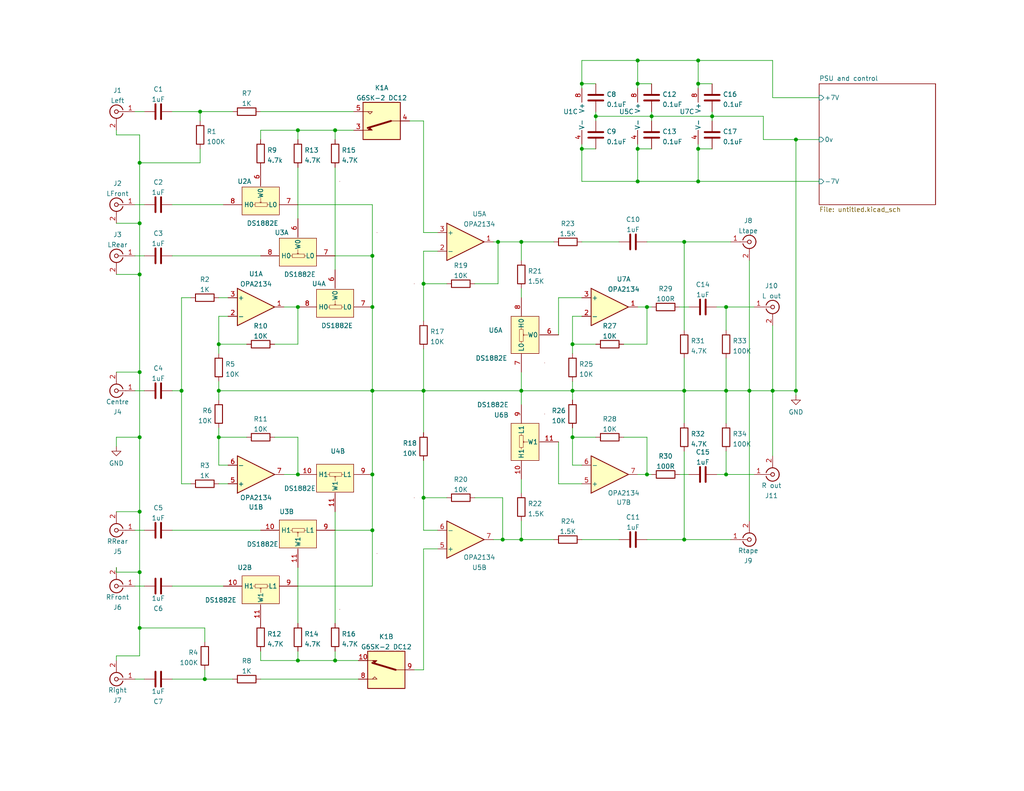
<source format=kicad_sch>
(kicad_sch (version 20211123) (generator eeschema)
  (paper "USLetter")
  (title_block (title "Quadro 52 pre-amp"))
  (lib_symbols
    (symbol "Amplifier_Operational:OPA2134" (pin_names (offset 0.127))
      (property "Reference" "U" (at 0 5.08 0))
      (property "Value" "OPA2134" (at 0 -5.08 0))
      (symbol "OPA2134_1_1"
        (polyline (pts (xy -5.08 5.08) (xy 5.08 0) (xy -5.08 -5.08) (xy -5.08 5.08)) (stroke (width 0.254)) (fill (type background)))
        (pin output line (at 7.62 0 180) (length 2.54) (name "~") (number "1"))
        (pin input line (at -7.62 -2.54 0) (length 2.54) (name "-") (number "2"))
        (pin input line (at -7.62 2.54 0) (length 2.54) (name "+") (number "3"))
      )
      (symbol "OPA2134_2_1"
        (polyline (pts (xy -5.08 5.08) (xy 5.08 0) (xy -5.08 -5.08) (xy -5.08 5.08)) (stroke (width 0.254)) (fill (type background)))
        (pin input line (at -7.62 2.54 0) (length 2.54) (name "+") (number "5"))
        (pin input line (at -7.62 -2.54 0) (length 2.54) (name "-") (number "6"))
        (pin output line (at 7.62 0 180) (length 2.54) (name "~") (number "7"))
      )
      (symbol "OPA2134_3_1"
        (pin power_in line (at -2.54 -7.62 90) (length 3.81) (name "V-") (number "4"))
        (pin power_in line (at -2.54 7.62 270) (length 3.81) (name "V+") (number "8"))
      )
    )
    (symbol "Device:C" (pin_numbers hide) (pin_names (offset 0.254))
      (property "Reference" "C" (at 0.635 2.54 0))
      (property "Value" "C" (at 0.635 -2.54 0))
      (symbol "C_0_1"
        (polyline (pts (xy -2.032 -0.762) (xy 2.032 -0.762)) (stroke (width 0.508)))
        (polyline (pts (xy -2.032 0.762) (xy 2.032 0.762)) (stroke (width 0.508)))
      )
      (symbol "C_1_1"
        (pin passive line (at 0 3.81 270) (length 2.794) (name "~") (number "1"))
        (pin passive line (at 0 -3.81 90) (length 2.794) (name "~") (number "2"))
      )
    )
    (symbol "Device:R" (pin_numbers hide) (pin_names (offset 0))
      (property "Reference" "R" (at 2.032 0 90))
      (property "Value" "R" (at 0 0 90))
      (symbol "R_0_1"
        (rectangle (start -1.016 -2.54) (end 1.016 2.54) (stroke (width 0.254)))
      )
      (symbol "R_1_1"
        (pin passive line (at 0 3.81 270) (length 1.27) (name "~") (number "1"))
        (pin passive line (at 0 -3.81 90) (length 1.27) (name "~") (number "2"))
      )
    )
    (symbol "My_Extras:Conn_Phono" (pin_names (offset 1.016) hide)
      (property "Reference" "J" (at 0.254 3.048 0))
      (property "Value" "Conn_Phono" (at 2.921 0 90))
      (symbol "Conn_Phono_0_1"
        (arc (start -1.778 -0.508) (mid 0.222 -1.808) (end 1.778 0) (stroke (width 0.254)))
        (polyline (pts (xy -2.54 0) (xy -0.508 0)))
        (polyline (pts (xy 0 -2.54) (xy 0 -1.778)))
        (circle (center 0 0) (radius 0.508) (stroke (width 0.2032)))
        (arc (start 1.778 0) (mid 0.222 1.8083) (end -1.778 0.508) (stroke (width 0.254)))
      )
      (symbol "Conn_Phono_1_1"
        (pin passive line (at -5.08 0 0) (length 2.54) (name "In") (number "1"))
        (pin passive line (at 0 -5.08 90) (length 2.54) (name "Ext") (number "2"))
      )
    )
    (symbol "My_Extras:DS1882E"
      (property "Reference" "U" (at 2.54 17.78 0))
      (property "Value" "DS1882E" (at 7.62 -17.78 0))
      (symbol "DS1882E_0_1"
        (rectangle (start 3.81 -21.59) (end 3.81 -21.59))
      )
      (symbol "DS1882E_1_1"
        (rectangle (start -5.334 5.08) (end 2.286 -5.08) (fill (type background)))
        (rectangle (start -3.048 1.524) (end -2.032 -1.778) (stroke (width 0.1)))
        (polyline (pts (xy -2.54 -1.778) (xy -2.54 -2.286)) (stroke (width 0.1)))
        (polyline (pts (xy -2.54 1.524) (xy -2.54 2.032)) (stroke (width 0.1)))
        (polyline (pts (xy -2.032 0) (xy -1.778 -0.254)) (stroke (width 0.1)))
        (polyline (pts (xy -2.032 0) (xy -1.778 0.254)) (stroke (width 0.1)))
        (polyline (pts (xy -0.762 0) (xy -2.032 0)) (stroke (width 0.1)))
        (pin passive line (at 7.62 0 180) (length 5.08) (name "W0") (number "6"))
        (pin passive line (at -2.54 -10.16 90) (length 5.08) (name "L0") (number "7"))
        (pin passive line (at -2.54 10.16 270) (length 5.08) (name "H0") (number "8"))
      )
      (symbol "DS1882E_2_1"
        (rectangle (start -5.334 5.08) (end 2.286 -5.08) (fill (type background)))
        (rectangle (start -3.048 1.524) (end -2.032 -1.778) (stroke (width 0.1)))
        (polyline (pts (xy -2.54 -1.778) (xy -2.54 -2.286)) (stroke (width 0.1)))
        (polyline (pts (xy -2.54 1.524) (xy -2.54 2.032)) (stroke (width 0.1)))
        (polyline (pts (xy -2.032 0) (xy -1.778 -0.254)) (stroke (width 0.1)))
        (polyline (pts (xy -2.032 0) (xy -1.778 0.254)) (stroke (width 0.1)))
        (polyline (pts (xy -0.762 0) (xy -2.032 0)) (stroke (width 0.1)))
        (pin passive line (at -2.54 10.16 270) (length 5.08) (name "H1") (number "10"))
        (pin passive line (at 7.62 0 180) (length 5.08) (name "W1") (number "11"))
        (pin passive line (at -2.54 -10.16 90) (length 5.08) (name "L1") (number "9"))
      )
      (symbol "DS1882E_3_1"
        (rectangle (start -7.62 15.24) (end 5.08 -15.24) (fill (type background)))
        (pin power_in line (at 0 -20.32 90) (length 5.08) (name "GND") (number "1"))
        (pin input line (at -12.7 2.54 0) (length 5.08) (name "~{CE}") (number "12"))
        (pin input line (at -12.7 7.62 0) (length 5.08) (name "SDA") (number "13"))
        (pin input line (at -12.7 10.16 0) (length 5.08) (name "SCL") (number "14"))
        (pin power_in line (at -2.54 20.32 270) (length 5.08) (name "VCC") (number "15"))
        (pin power_in line (at 0 20.32 270) (length 5.08) (name "VDD") (number "16"))
        (pin input line (at -12.7 -7.62 0) (length 5.08) (name "A2") (number "2"))
        (pin input line (at -12.7 -5.08 0) (length 5.08) (name "A1") (number "3"))
        (pin power_in line (at -2.54 -20.32 90) (length 5.08) (name "V-") (number "4"))
        (pin input line (at -12.7 -2.54 0) (length 5.08) (name "A0") (number "5"))
      )
    )
    (symbol "My_Extras:G6SK-2"
      (property "Reference" "K" (at 2.54 10.16 0))
      (property "Value" "G6SK-2" (at 2.54 -12.7 0))
      (symbol "G6SK-2_1_1"
        (rectangle (start -5.08 5.08) (end 5.08 -5.08) (stroke (width 0.254)) (fill (type background)))
        (polyline (pts (xy 2.54 0) (xy -3.81 1.905)) (stroke (width 0.508)))
        (polyline (pts (xy 2.54 0) (xy 5.08 0)))
        (polyline (pts (xy -5.08 -2.54) (xy -2.54 -2.54) (xy -3.175 -1.905) (xy -3.81 -2.54)))
        (polyline (pts (xy -5.08 2.54) (xy -2.54 2.54) (xy -3.175 1.905) (xy -3.81 2.54)) (fill (type outline)))
        (pin passive line (at -7.62 2.54 0) (length 2.54) (name "~") (number "3"))
        (pin passive line (at 7.62 0 180) (length 2.54) (name "~") (number "4"))
        (pin passive line (at -7.62 -2.54 0) (length 2.54) (name "~") (number "5"))
      )
      (symbol "G6SK-2_2_1"
        (rectangle (start -5.08 5.08) (end 5.08 -5.08) (stroke (width 0.254)) (fill (type background)))
        (polyline (pts (xy 2.54 0) (xy -3.81 1.905)) (stroke (width 0.508)))
        (polyline (pts (xy 2.54 0) (xy 5.08 0)))
        (polyline (pts (xy -5.08 -2.54) (xy -2.54 -2.54) (xy -3.175 -1.905) (xy -3.81 -2.54)))
        (polyline (pts (xy -5.08 2.54) (xy -2.54 2.54) (xy -3.175 1.905) (xy -3.81 2.54)) (fill (type outline)))
        (pin passive line (at -7.62 2.54 0) (length 2.54) (name "~") (number "10"))
        (pin passive line (at -7.62 -2.54 0) (length 2.54) (name "~") (number "8"))
        (pin passive line (at 7.62 0 180) (length 2.54) (name "~") (number "9"))
      )
      (symbol "G6SK-2_3_0"
        (text "R:+" (at -2.921 -3.683 900) (effects (font (size 0.762 0.762))))
        (text "R:-" (at 2.921 -3.683 900) (effects (font (size 0.762 0.762))))
        (text "S:+" (at -2.921 1.143 900) (effects (font (size 0.762 0.762))))
        (text "S:-" (at 2.921 1.143 900) (effects (font (size 0.762 0.762))))
      )
      (symbol "G6SK-2_3_1"
        (rectangle (start -5.08 7.62) (end 5.08 -10.16) (fill (type background)))
        (polyline (pts (xy -5.08 -5.08) (xy -1.905 -5.08)))
        (polyline (pts (xy -5.08 2.54) (xy -1.905 2.54)))
        (polyline (pts (xy 1.905 -2.54) (xy -1.905 -7.62)) (stroke (width 0.254)))
        (polyline (pts (xy 1.905 5.08) (xy -1.905 0)) (stroke (width 0.254)))
        (polyline (pts (xy 5.08 -5.08) (xy 1.905 -5.08)))
        (polyline (pts (xy 5.08 2.54) (xy 1.905 2.54)))
        (rectangle (start 1.905 -8.255) (end -1.905 -1.905) (stroke (width 0.254)))
        (rectangle (start 1.905 -0.635) (end -1.905 5.715) (stroke (width 0.254)))
        (pin passive line (at -7.62 2.54 0) (length 2.54) (name "~") (number "1"))
        (pin passive line (at 7.62 2.54 180) (length 2.54) (name "~") (number "12"))
        (pin passive line (at -7.62 -5.08 0) (length 2.54) (name "~") (number "6"))
        (pin passive line (at 7.62 -5.08 180) (length 2.54) (name "~") (number "7"))
      )
    )
    (symbol "power:GND" (power) (pin_names (offset 0))
      (property "Value" "GND" (at 0 -3.81 0))
      (symbol "GND_0_1"
        (polyline (pts (xy 0 0) (xy 0 -1.27) (xy 1.27 -1.27) (xy 0 -2.54) (xy -1.27 -1.27) (xy 0 -1.27)))
      )
      (symbol "GND_1_1"
        (pin power_in line (at 0 0 270) (length 0) hide (name "GND") (number "1"))
      )
    )
  )
  (junction (at 173.99 49.53))
  (junction (at 194.31 31.75))
  (junction (at 198.12 83.82))
  (junction (at 156.21 93.98))
  (junction (at 101.6 129.54))
  (junction (at 101.6 69.85))
  (junction (at 142.24 106.68))
  (junction (at 158.75 40.64))
  (junction (at 217.17 106.68))
  (junction (at 173.99 22.86))
  (junction (at 142.24 66.04))
  (junction (at 210.82 106.68))
  (junction (at 204.47 106.68))
  (junction (at 190.5 16.51))
  (junction (at 59.69 93.98))
  (junction (at 38.1 74.93))
  (junction (at 101.6 83.82))
  (junction (at 38.1 171.45))
  (junction (at 115.57 135.89))
  (junction (at 38.1 44.45))
  (junction (at 176.53 129.54))
  (junction (at 55.88 185.42))
  (junction (at 186.69 66.04))
  (junction (at 158.75 22.86))
  (junction (at 173.99 40.64))
  (junction (at 81.28 83.82))
  (junction (at 190.5 40.64))
  (junction (at 38.1 139.7))
  (junction (at 186.69 106.68))
  (junction (at 91.44 35.56))
  (junction (at 101.6 144.78))
  (junction (at 173.99 16.51))
  (junction (at 190.5 22.86))
  (junction (at 198.12 106.68))
  (junction (at 190.5 49.53))
  (junction (at 162.56 31.75))
  (junction (at 59.69 106.68))
  (junction (at 101.6 106.68))
  (junction (at 177.8 31.75))
  (junction (at 38.1 156.21))
  (junction (at 38.1 60.96))
  (junction (at 81.28 180.34))
  (junction (at 137.16 147.32))
  (junction (at 81.28 129.54))
  (junction (at 81.28 35.56))
  (junction (at 156.21 119.38))
  (junction (at 38.1 101.6))
  (junction (at 135.89 66.04))
  (junction (at 91.44 180.34))
  (junction (at 142.24 147.32))
  (junction (at 38.1 119.38))
  (junction (at 186.69 147.32))
  (junction (at 176.53 83.82))
  (junction (at 49.53 106.68))
  (junction (at 156.21 106.68))
  (junction (at 217.17 38.1))
  (junction (at 115.57 106.68))
  (junction (at 59.69 119.38))
  (junction (at 198.12 129.54))
  (junction (at 115.57 77.47))
  (junction (at 54.61 30.48))
  (wire (pts (xy 74.93 93.98) (xy 81.28 93.98)))
  (wire (pts (xy 38.1 156.21) (xy 38.1 171.45)))
  (wire (pts (xy 142.24 142.24) (xy 142.24 147.32)))
  (wire (pts (xy 38.1 101.6) (xy 38.1 119.38)))
  (wire (pts (xy 81.28 35.56) (xy 71.12 35.56)))
  (wire (pts (xy 101.6 83.82) (xy 101.6 106.68)))
  (wire (pts (xy 59.69 106.68) (xy 101.6 106.68)))
  (wire (pts (xy 31.75 74.93) (xy 38.1 74.93)))
  (wire (pts (xy 91.44 69.85) (xy 101.6 69.85)))
  (wire (pts (xy 185.42 83.82) (xy 187.96 83.82)))
  (wire (pts (xy 217.17 38.1) (xy 223.52 38.1)))
  (wire (pts (xy 101.6 106.68) (xy 101.6 129.54)))
  (wire (pts (xy 46.99 55.88) (xy 60.96 55.88)))
  (wire (pts (xy 152.4 81.28) (xy 158.75 81.28)))
  (wire (pts (xy 176.53 93.98) (xy 176.53 83.82)))
  (wire (pts (xy 115.57 135.89) (xy 121.92 135.89)))
  (wire (pts (xy 177.8 22.86) (xy 173.99 22.86)))
  (wire (pts (xy 198.12 83.82) (xy 205.74 83.82)))
  (wire (pts (xy 81.28 180.34) (xy 81.28 177.8)))
  (wire (pts (xy 190.5 24.13) (xy 190.5 22.86)))
  (wire (pts (xy 173.99 49.53) (xy 158.75 49.53)))
  (wire (pts (xy 81.28 119.38) (xy 81.28 129.54)))
  (wire (pts (xy 59.69 119.38) (xy 59.69 116.84)))
  (wire (pts (xy 204.47 71.12) (xy 204.47 106.68)))
  (wire (pts (xy 97.79 180.34) (xy 91.44 180.34)))
  (wire (pts (xy 38.1 171.45) (xy 55.88 171.45)))
  (wire (pts (xy 81.28 93.98) (xy 81.28 83.82)))
  (wire (pts (xy 162.56 30.48) (xy 162.56 31.75)))
  (wire (pts (xy 46.99 69.85) (xy 71.12 69.85)))
  (wire (pts (xy 31.75 156.21) (xy 38.1 156.21)))
  (wire (pts (xy 210.82 106.68) (xy 217.17 106.68)))
  (wire (pts (xy 190.5 49.53) (xy 173.99 49.53)))
  (wire (pts (xy 173.99 40.64) (xy 173.99 49.53)))
  (wire (pts (xy 36.83 106.68) (xy 39.37 106.68)))
  (wire (pts (xy 210.82 26.67) (xy 223.52 26.67)))
  (wire (pts (xy 115.57 106.68) (xy 142.24 106.68)))
  (wire (pts (xy 71.12 180.34) (xy 71.12 177.8)))
  (wire (pts (xy 186.69 66.04) (xy 176.53 66.04)))
  (wire (pts (xy 55.88 185.42) (xy 63.5 185.42)))
  (wire (pts (xy 71.12 30.48) (xy 96.52 30.48)))
  (wire (pts (xy 91.44 35.56) (xy 91.44 38.1)))
  (wire (pts (xy 186.69 147.32) (xy 176.53 147.32)))
  (wire (pts (xy 115.57 106.68) (xy 115.57 118.11)))
  (wire (pts (xy 119.38 144.78) (xy 115.57 144.78)))
  (wire (pts (xy 156.21 109.22) (xy 156.21 106.68)))
  (wire (pts (xy 54.61 33.02) (xy 54.61 30.48)))
  (wire (pts (xy 59.69 86.36) (xy 59.69 93.98)))
  (wire (pts (xy 217.17 107.95) (xy 217.17 106.68)))
  (wire (pts (xy 38.1 44.45) (xy 54.61 44.45)))
  (wire (pts (xy 134.62 147.32) (xy 137.16 147.32)))
  (wire (pts (xy 156.21 93.98) (xy 156.21 96.52)))
  (wire (pts (xy 162.56 33.02) (xy 162.56 31.75)))
  (wire (pts (xy 81.28 35.56) (xy 81.28 38.1)))
  (wire (pts (xy 77.47 83.82) (xy 81.28 83.82)))
  (wire (pts (xy 198.12 97.79) (xy 198.12 106.68)))
  (wire (pts (xy 173.99 22.86) (xy 173.99 24.13)))
  (wire (pts (xy 210.82 88.9) (xy 210.82 106.68)))
  (wire (pts (xy 91.44 139.7) (xy 91.44 170.18)))
  (wire (pts (xy 195.58 83.82) (xy 198.12 83.82)))
  (wire (pts (xy 162.56 93.98) (xy 156.21 93.98)))
  (wire (pts (xy 31.75 36.83) (xy 38.1 36.83)))
  (wire (pts (xy 142.24 78.74) (xy 142.24 81.28)))
  (wire (pts (xy 158.75 49.53) (xy 158.75 40.64)))
  (wire (pts (xy 158.75 22.86) (xy 158.75 16.51)))
  (wire (pts (xy 62.23 127) (xy 59.69 127)))
  (wire (pts (xy 177.8 83.82) (xy 176.53 83.82)))
  (wire (pts (xy 31.75 36.83) (xy 31.75 35.56)))
  (wire (pts (xy 67.31 119.38) (xy 59.69 119.38)))
  (wire (pts (xy 101.6 55.88) (xy 101.6 69.85)))
  (wire (pts (xy 194.31 33.02) (xy 194.31 31.75)))
  (wire (pts (xy 115.57 95.25) (xy 115.57 106.68)))
  (wire (pts (xy 36.83 69.85) (xy 39.37 69.85)))
  (wire (pts (xy 198.12 129.54) (xy 198.12 123.19)))
  (wire (pts (xy 176.53 119.38) (xy 176.53 129.54)))
  (wire (pts (xy 190.5 16.51) (xy 210.82 16.51)))
  (wire (pts (xy 158.75 66.04) (xy 168.91 66.04)))
  (wire (pts (xy 81.28 180.34) (xy 71.12 180.34)))
  (wire (pts (xy 54.61 30.48) (xy 63.5 30.48)))
  (wire (pts (xy 190.5 22.86) (xy 190.5 16.51)))
  (wire (pts (xy 152.4 120.65) (xy 152.4 132.08)))
  (wire (pts (xy 186.69 97.79) (xy 186.69 106.68)))
  (wire (pts (xy 142.24 110.49) (xy 142.24 106.68)))
  (wire (pts (xy 39.37 30.48) (xy 36.83 30.48)))
  (wire (pts (xy 142.24 130.81) (xy 142.24 134.62)))
  (wire (pts (xy 173.99 40.64) (xy 177.8 40.64)))
  (wire (pts (xy 115.57 77.47) (xy 115.57 87.63)))
  (wire (pts (xy 46.99 160.02) (xy 60.96 160.02)))
  (wire (pts (xy 59.69 106.68) (xy 59.69 109.22)))
  (wire (pts (xy 173.99 39.37) (xy 173.99 40.64)))
  (wire (pts (xy 173.99 129.54) (xy 176.53 129.54)))
  (wire (pts (xy 46.99 106.68) (xy 49.53 106.68)))
  (wire (pts (xy 177.8 129.54) (xy 176.53 129.54)))
  (wire (pts (xy 137.16 147.32) (xy 137.16 135.89)))
  (wire (pts (xy 156.21 86.36) (xy 158.75 86.36)))
  (wire (pts (xy 91.44 180.34) (xy 91.44 177.8)))
  (wire (pts (xy 46.99 185.42) (xy 55.88 185.42)))
  (wire (pts (xy 194.31 22.86) (xy 190.5 22.86)))
  (wire (pts (xy 91.44 180.34) (xy 81.28 180.34)))
  (wire (pts (xy 204.47 106.68) (xy 210.82 106.68)))
  (wire (pts (xy 36.83 144.78) (xy 39.37 144.78)))
  (wire (pts (xy 142.24 66.04) (xy 151.13 66.04)))
  (wire (pts (xy 156.21 93.98) (xy 156.21 86.36)))
  (wire (pts (xy 204.47 142.24) (xy 204.47 106.68)))
  (wire (pts (xy 190.5 40.64) (xy 190.5 39.37)))
  (wire (pts (xy 158.75 24.13) (xy 158.75 22.86)))
  (wire (pts (xy 38.1 60.96) (xy 38.1 74.93)))
  (wire (pts (xy 46.99 30.48) (xy 54.61 30.48)))
  (wire (pts (xy 198.12 106.68) (xy 204.47 106.68)))
  (wire (pts (xy 142.24 101.6) (xy 142.24 106.68)))
  (wire (pts (xy 81.28 154.94) (xy 81.28 170.18)))
  (wire (pts (xy 198.12 83.82) (xy 198.12 90.17)))
  (wire (pts (xy 119.38 149.86) (xy 115.57 149.86)))
  (wire (pts (xy 31.75 60.96) (xy 38.1 60.96)))
  (wire (pts (xy 170.18 119.38) (xy 176.53 119.38)))
  (wire (pts (xy 156.21 106.68) (xy 186.69 106.68)))
  (wire (pts (xy 223.52 49.53) (xy 190.5 49.53)))
  (wire (pts (xy 31.75 156.21) (xy 31.75 154.94)))
  (wire (pts (xy 158.75 22.86) (xy 162.56 22.86)))
  (wire (pts (xy 119.38 63.5) (xy 115.57 63.5)))
  (wire (pts (xy 177.8 33.02) (xy 177.8 31.75)))
  (wire (pts (xy 129.54 135.89) (xy 137.16 135.89)))
  (wire (pts (xy 186.69 106.68) (xy 198.12 106.68)))
  (wire (pts (xy 36.83 55.88) (xy 39.37 55.88)))
  (wire (pts (xy 38.1 74.93) (xy 38.1 101.6)))
  (wire (pts (xy 49.53 81.28) (xy 49.53 106.68)))
  (wire (pts (xy 115.57 182.88) (xy 115.57 149.86)))
  (wire (pts (xy 81.28 45.72) (xy 81.28 59.69)))
  (wire (pts (xy 158.75 39.37) (xy 158.75 40.64)))
  (wire (pts (xy 31.75 179.07) (xy 38.1 179.07)))
  (wire (pts (xy 156.21 119.38) (xy 156.21 127)))
  (wire (pts (xy 176.53 83.82) (xy 173.99 83.82)))
  (wire (pts (xy 96.52 35.56) (xy 91.44 35.56)))
  (wire (pts (xy 162.56 119.38) (xy 156.21 119.38)))
  (wire (pts (xy 62.23 132.08) (xy 59.69 132.08)))
  (wire (pts (xy 38.1 36.83) (xy 38.1 44.45)))
  (wire (pts (xy 173.99 16.51) (xy 190.5 16.51)))
  (wire (pts (xy 38.1 139.7) (xy 38.1 156.21)))
  (wire (pts (xy 59.69 93.98) (xy 59.69 96.52)))
  (wire (pts (xy 205.74 129.54) (xy 198.12 129.54)))
  (wire (pts (xy 115.57 63.5) (xy 115.57 33.02)))
  (wire (pts (xy 119.38 68.58) (xy 115.57 68.58)))
  (wire (pts (xy 77.47 129.54) (xy 81.28 129.54)))
  (wire (pts (xy 115.57 68.58) (xy 115.57 77.47)))
  (wire (pts (xy 198.12 115.57) (xy 198.12 106.68)))
  (wire (pts (xy 31.75 101.6) (xy 38.1 101.6)))
  (wire (pts (xy 158.75 147.32) (xy 168.91 147.32)))
  (wire (pts (xy 81.28 160.02) (xy 101.6 160.02)))
  (wire (pts (xy 156.21 127) (xy 158.75 127)))
  (wire (pts (xy 67.31 93.98) (xy 59.69 93.98)))
  (wire (pts (xy 38.1 171.45) (xy 38.1 179.07)))
  (wire (pts (xy 129.54 77.47) (xy 135.89 77.47)))
  (wire (pts (xy 156.21 104.14) (xy 156.21 106.68)))
  (wire (pts (xy 177.8 30.48) (xy 177.8 31.75)))
  (wire (pts (xy 152.4 91.44) (xy 152.4 81.28)))
  (wire (pts (xy 199.39 147.32) (xy 186.69 147.32)))
  (wire (pts (xy 115.57 144.78) (xy 115.57 135.89)))
  (wire (pts (xy 152.4 132.08) (xy 158.75 132.08)))
  (wire (pts (xy 162.56 31.75) (xy 177.8 31.75)))
  (wire (pts (xy 52.07 132.08) (xy 49.53 132.08)))
  (wire (pts (xy 71.12 35.56) (xy 71.12 38.1)))
  (wire (pts (xy 186.69 115.57) (xy 186.69 106.68)))
  (wire (pts (xy 59.69 127) (xy 59.69 119.38)))
  (wire (pts (xy 186.69 123.19) (xy 186.69 147.32)))
  (wire (pts (xy 194.31 30.48) (xy 194.31 31.75)))
  (wire (pts (xy 54.61 40.64) (xy 54.61 44.45)))
  (wire (pts (xy 101.6 144.78) (xy 101.6 129.54)))
  (wire (pts (xy 173.99 16.51) (xy 173.99 22.86)))
  (wire (pts (xy 208.28 31.75) (xy 208.28 38.1)))
  (wire (pts (xy 74.93 119.38) (xy 81.28 119.38)))
  (wire (pts (xy 115.57 77.47) (xy 121.92 77.47)))
  (wire (pts (xy 194.31 31.75) (xy 208.28 31.75)))
  (wire (pts (xy 62.23 81.28) (xy 59.69 81.28)))
  (wire (pts (xy 115.57 33.02) (xy 111.76 33.02)))
  (wire (pts (xy 31.75 179.07) (xy 31.75 180.34)))
  (wire (pts (xy 217.17 106.68) (xy 217.17 38.1)))
  (wire (pts (xy 142.24 147.32) (xy 151.13 147.32)))
  (wire (pts (xy 31.75 119.38) (xy 38.1 119.38)))
  (wire (pts (xy 55.88 175.26) (xy 55.88 171.45)))
  (wire (pts (xy 55.88 182.88) (xy 55.88 185.42)))
  (wire (pts (xy 101.6 69.85) (xy 101.6 83.82)))
  (wire (pts (xy 115.57 125.73) (xy 115.57 135.89)))
  (wire (pts (xy 177.8 31.75) (xy 194.31 31.75)))
  (wire (pts (xy 38.1 119.38) (xy 38.1 139.7)))
  (wire (pts (xy 91.44 144.78) (xy 101.6 144.78)))
  (wire (pts (xy 81.28 55.88) (xy 101.6 55.88)))
  (wire (pts (xy 39.37 185.42) (xy 36.83 185.42)))
  (wire (pts (xy 91.44 45.72) (xy 91.44 73.66)))
  (wire (pts (xy 91.44 35.56) (xy 81.28 35.56)))
  (wire (pts (xy 210.82 124.46) (xy 210.82 106.68)))
  (wire (pts (xy 190.5 40.64) (xy 190.5 49.53)))
  (wire (pts (xy 135.89 66.04) (xy 142.24 66.04)))
  (wire (pts (xy 101.6 160.02) (xy 101.6 144.78)))
  (wire (pts (xy 101.6 106.68) (xy 115.57 106.68)))
  (wire (pts (xy 199.39 66.04) (xy 186.69 66.04)))
  (wire (pts (xy 195.58 129.54) (xy 198.12 129.54)))
  (wire (pts (xy 158.75 40.64) (xy 162.56 40.64)))
  (wire (pts (xy 49.53 106.68) (xy 49.53 132.08)))
  (wire (pts (xy 71.12 185.42) (xy 97.79 185.42)))
  (wire (pts (xy 135.89 66.04) (xy 134.62 66.04)))
  (wire (pts (xy 142.24 106.68) (xy 156.21 106.68)))
  (wire (pts (xy 135.89 66.04) (xy 135.89 77.47)))
  (wire (pts (xy 71.12 144.78) (xy 46.99 144.78)))
  (wire (pts (xy 208.28 38.1) (xy 217.17 38.1)))
  (wire (pts (xy 31.75 139.7) (xy 38.1 139.7)))
  (wire (pts (xy 52.07 81.28) (xy 49.53 81.28)))
  (wire (pts (xy 62.23 86.36) (xy 59.69 86.36)))
  (wire (pts (xy 36.83 160.02) (xy 39.37 160.02)))
  (wire (pts (xy 142.24 71.12) (xy 142.24 66.04)))
  (wire (pts (xy 186.69 90.17) (xy 186.69 66.04)))
  (wire (pts (xy 137.16 147.32) (xy 142.24 147.32)))
  (wire (pts (xy 156.21 119.38) (xy 156.21 116.84)))
  (wire (pts (xy 59.69 104.14) (xy 59.69 106.68)))
  (wire (pts (xy 185.42 129.54) (xy 187.96 129.54)))
  (wire (pts (xy 210.82 16.51) (xy 210.82 26.67)))
  (wire (pts (xy 170.18 93.98) (xy 176.53 93.98)))
  (wire (pts (xy 194.31 40.64) (xy 190.5 40.64)))
  (wire (pts (xy 158.75 16.51) (xy 173.99 16.51)))
  (wire (pts (xy 31.75 121.92) (xy 31.75 119.38)))
  (wire (pts (xy 38.1 44.45) (xy 38.1 60.96)))
  (wire (pts (xy 113.03 182.88) (xy 115.57 182.88)))
  (symbol (lib_id "Device:R") (at 115.57 91.44 180) (unit 1)
    (property "Reference" "R17" (at 117.348 90.5315 0) (effects (justify right)))
    (property "Value" "10K" (at 117.348 93.3066 0) (effects (justify right)))
    (property "Footprint" "my_extras:R_Axial_DIN0207_L6.3mm_D2.5mm_P10.16mm_Horizontal" (effects hide))
  )
  (symbol (lib_id "Device:R") (at 142.24 74.93 180) (unit 1)
    (property "Reference" "R21" (at 144.018 74.0215 0) (effects (justify right)))
    (property "Value" "1.5K" (at 144.018 76.7966 0) (effects (justify right)))
    (property "Footprint" "my_extras:R_Axial_DIN0207_L6.3mm_D2.5mm_P10.16mm_Horizontal" (effects hide))
  )
  (symbol (lib_id "Amplifier_Operational:OPA2134") (at 166.37 83.82 0) (unit 1)
    (property "Reference" "U7" (at 170.18 76.2 0))
    (property "Value" "OPA2134" (at 170.18 78.9751 0))
    (property "Footprint" "Package_DIP:DIP-8_W10.16mm" (effects hide))
    (property "Datasheet" "http://www.ti.com/lit/ds/symlink/opa134.pdf" (effects hide))
  )
  (symbol (lib_id "Device:R") (at 181.61 129.54 90) (mirror x) (unit 1)
    (property "Reference" "R30" (at 181.61 124.5575 90))
    (property "Value" "100R" (at 181.61 127.3326 90))
    (property "Footprint" "my_extras:R_Axial_DIN0207_L6.3mm_D2.5mm_P10.16mm_Horizontal" (effects hide))
  )
  (symbol (lib_id "Device:C") (at 177.8 26.67 0) (unit 1)
    (property "Reference" "C12" (at 180.721 25.7615 0) (effects (justify left)))
    (property "Value" "0.1uF" (at 180.721 28.5366 0) (effects (justify left)))
    (property "Footprint" "Capacitor_SMD:C_0603_1608Metric_Pad1.08x0.95mm_HandSolder" (effects hide))
  )
  (symbol (lib_id "Amplifier_Operational:OPA2134") (at 69.85 83.82 0) (unit 1)
    (property "Reference" "U1" (at 69.85 74.7735 0))
    (property "Value" "OPA2134" (at 69.85 77.5486 0))
    (property "Footprint" "Package_DIP:DIP-8_W10.16mm" (effects hide))
    (property "Datasheet" "http://www.ti.com/lit/ds/symlink/opa134.pdf" (effects hide))
  )
  (symbol (lib_id "Device:C") (at 172.72 66.04 90) (unit 1)
    (property "Reference" "C10" (at 172.72 59.9145 90))
    (property "Value" "1uF" (at 172.72 62.6896 90))
    (property "Footprint" "Capacitor_THT:C_Disc_D7.0mm_W2.5mm_P5.00mm" (effects hide))
  )
  (symbol (lib_id "My_Extras:DS1882E") (at 91.44 81.28 90) (unit 1)
    (property "Reference" "U4" (at 85.09 77.47 90) (effects (justify right)))
    (property "Value" "DS1882E" (at 87.63 88.9 90) (effects (justify right)))
    (property "Footprint" "Package_SO:TSSOP-16_4.4x5mm_P0.65mm" (effects hide))
    (property "Datasheet" "https://datasheets.maximintegrated.com/en/ds/DS1882.pdf" (effects hide))
  )
  (symbol (lib_id "power:GND") (at 31.75 121.92 0) (unit 1)
    (property "Reference" "#PWR0101" (effects hide))
    (property "Value" "GND" (at 31.75 126.4825 0))
  )
  (symbol (lib_id "My_Extras:Conn_Phono") (at 31.75 30.48 0) (mirror y) (unit 1)
    (property "Reference" "J1" (at 32.0674 24.6869 0))
    (property "Value" "Left" (at 32.0674 27.462 0))
    (property "Footprint" "Connector_Wire:SolderWire-0.1sqmm_1x02_P3.6mm_D0.4mm_OD1mm" (effects hide))
    (property "Datasheet" " ~" (effects hide))
  )
  (symbol (lib_id "My_Extras:DS1882E") (at 71.12 53.34 90) (unit 1)
    (property "Reference" "U2" (at 64.77 49.53 90) (effects (justify right)))
    (property "Value" "DS1882E" (at 67.31 60.96 90) (effects (justify right)))
    (property "Footprint" "Package_SO:TSSOP-16_4.4x5mm_P0.65mm" (effects hide))
    (property "Datasheet" "https://datasheets.maximintegrated.com/en/ds/DS1882.pdf" (effects hide))
  )
  (symbol (lib_id "Device:R") (at 55.88 179.07 0) (mirror x) (unit 1)
    (property "Reference" "R4" (at 54.102 178.1615 0) (effects (justify right)))
    (property "Value" "100K" (at 54.102 180.9366 0) (effects (justify right)))
    (property "Footprint" "my_extras:R_Axial_DIN0207_L6.3mm_D2.5mm_P10.16mm_Horizontal" (effects hide))
  )
  (symbol (lib_id "My_Extras:DS1882E") (at 144.78 91.44 0) (unit 1)
    (property "Reference" "U6" (at 137.16 90.17 0) (effects (justify right)))
    (property "Value" "DS1882E" (at 138.43 97.79 0) (effects (justify right)))
    (property "Footprint" "Package_SO:TSSOP-16_4.4x5mm_P0.65mm" (effects hide))
    (property "Datasheet" "https://datasheets.maximintegrated.com/en/ds/DS1882.pdf" (effects hide))
  )
  (symbol (lib_id "Device:C") (at 43.18 160.02 90) (mirror x) (unit 1)
    (property "Reference" "C6" (at 43.18 166.1455 90))
    (property "Value" "1uF" (at 43.18 163.3704 90))
    (property "Footprint" "Capacitor_THT:C_Disc_D7.0mm_W2.5mm_P5.00mm" (effects hide))
  )
  (symbol (lib_id "Device:R") (at 156.21 113.03 0) (mirror x) (unit 1)
    (property "Reference" "R26" (at 154.432 112.1215 0) (effects (justify right)))
    (property "Value" "10K" (at 154.432 114.8966 0) (effects (justify right)))
    (property "Footprint" "my_extras:R_Axial_DIN0207_L6.3mm_D2.5mm_P10.16mm_Horizontal" (effects hide))
  )
  (symbol (lib_id "Device:C") (at 194.31 26.67 0) (unit 1)
    (property "Reference" "C16" (at 197.231 25.7615 0) (effects (justify left)))
    (property "Value" "0.1uF" (at 197.231 28.5366 0) (effects (justify left)))
    (property "Footprint" "Capacitor_SMD:C_0603_1608Metric_Pad1.08x0.95mm_HandSolder" (effects hide))
  )
  (symbol (lib_id "Device:R") (at 166.37 93.98 90) (unit 1)
    (property "Reference" "R27" (at 166.37 88.9975 90))
    (property "Value" "10K" (at 166.37 91.7726 90))
    (property "Footprint" "my_extras:R_Axial_DIN0207_L6.3mm_D2.5mm_P10.16mm_Horizontal" (effects hide))
  )
  (symbol (lib_id "Device:R") (at 71.12 173.99 180) (unit 1)
    (property "Reference" "R12" (at 72.898 173.0815 0) (effects (justify right)))
    (property "Value" "4.7K" (at 72.898 175.8566 0) (effects (justify right)))
    (property "Footprint" "my_extras:R_Axial_DIN0207_L6.3mm_D2.5mm_P10.16mm_Horizontal" (effects hide))
  )
  (symbol (lib_id "Device:C") (at 43.18 30.48 90) (unit 1)
    (property "Reference" "C1" (at 43.18 24.3545 90))
    (property "Value" "1uF" (at 43.18 27.1296 90))
    (property "Footprint" "Capacitor_THT:C_Disc_D7.0mm_W2.5mm_P5.00mm" (effects hide))
  )
  (symbol (lib_id "Device:C") (at 172.72 147.32 90) (unit 1)
    (property "Reference" "C11" (at 172.72 141.1945 90))
    (property "Value" "1uF" (at 172.72 143.9696 90))
    (property "Footprint" "Capacitor_THT:C_Disc_D7.0mm_W2.5mm_P5.00mm" (effects hide))
  )
  (symbol (lib_id "Device:R") (at 59.69 100.33 0) (unit 1)
    (property "Reference" "R5" (at 61.468 99.4215 0) (effects (justify left)))
    (property "Value" "10K" (at 61.468 102.1966 0) (effects (justify left)))
    (property "Footprint" "my_extras:R_Axial_DIN0207_L6.3mm_D2.5mm_P10.16mm_Horizontal" (effects hide))
  )
  (symbol (lib_id "Device:C") (at 43.18 185.42 90) (mirror x) (unit 1)
    (property "Reference" "C7" (at 43.18 191.5455 90))
    (property "Value" "1uF" (at 43.18 188.7704 90))
    (property "Footprint" "Capacitor_THT:C_Disc_D7.0mm_W2.5mm_P5.00mm" (effects hide))
  )
  (symbol (lib_id "Device:R") (at 154.94 66.04 270) (unit 1)
    (property "Reference" "R23" (at 154.94 61.0575 90))
    (property "Value" "1.5K" (at 154.94 63.8326 90))
    (property "Footprint" "my_extras:R_Axial_DIN0207_L6.3mm_D2.5mm_P10.16mm_Horizontal" (effects hide))
  )
  (symbol (lib_id "Device:C") (at 191.77 129.54 90) (unit 1)
    (property "Reference" "C15" (at 191.77 123.4145 90))
    (property "Value" "1uF" (at 191.77 126.1896 90))
    (property "Footprint" "Capacitor_THT:C_Disc_D7.0mm_W2.5mm_P5.00mm" (effects hide))
  )
  (symbol (lib_id "Device:R") (at 59.69 113.03 0) (mirror x) (unit 1)
    (property "Reference" "R6" (at 57.912 112.1215 0) (effects (justify right)))
    (property "Value" "10K" (at 57.912 114.8966 0) (effects (justify right)))
    (property "Footprint" "my_extras:R_Axial_DIN0207_L6.3mm_D2.5mm_P10.16mm_Horizontal" (effects hide))
  )
  (symbol (lib_id "Device:R") (at 91.44 173.99 180) (unit 1)
    (property "Reference" "R16" (at 93.218 173.0815 0) (effects (justify right)))
    (property "Value" "4.7K" (at 93.218 175.8566 0) (effects (justify right)))
    (property "Footprint" "my_extras:R_Axial_DIN0207_L6.3mm_D2.5mm_P10.16mm_Horizontal" (effects hide))
  )
  (symbol (lib_id "Device:C") (at 191.77 83.82 90) (unit 1)
    (property "Reference" "C14" (at 191.77 77.6945 90))
    (property "Value" "1uF" (at 191.77 80.4696 90))
    (property "Footprint" "Capacitor_THT:C_Disc_D7.0mm_W2.5mm_P5.00mm" (effects hide))
  )
  (symbol (lib_id "Device:R") (at 198.12 93.98 180) (unit 1)
    (property "Reference" "R33" (at 199.898 93.0715 0) (effects (justify right)))
    (property "Value" "100K" (at 199.898 95.8466 0) (effects (justify right)))
    (property "Footprint" "my_extras:R_Axial_DIN0207_L6.3mm_D2.5mm_P10.16mm_Horizontal" (effects hide))
  )
  (symbol (lib_id "My_Extras:Conn_Phono") (at 31.75 160.02 180) (unit 1)
    (property "Reference" "J6" (at 32.0674 165.8131 0))
    (property "Value" "RFront" (at 32.0674 163.038 0))
    (property "Footprint" "Connector_Wire:SolderWire-0.1sqmm_1x02_P3.6mm_D0.4mm_OD1mm" (effects hide))
    (property "Datasheet" " ~" (effects hide))
  )
  (symbol (lib_id "Device:C") (at 177.8 36.83 0) (unit 1)
    (property "Reference" "C13" (at 180.721 35.9215 0) (effects (justify left)))
    (property "Value" "0.1uF" (at 180.721 38.6966 0) (effects (justify left)))
    (property "Footprint" "Capacitor_SMD:C_0603_1608Metric_Pad1.08x0.95mm_HandSolder" (effects hide))
  )
  (symbol (lib_id "My_Extras:DS1882E") (at 71.12 162.56 90) (mirror x) (unit 2)
    (property "Reference" "U2" (at 64.77 154.94 90) (effects (justify right)))
    (property "Value" "DS1882E" (at 55.88 163.83 90) (effects (justify right)))
    (property "Footprint" "Package_SO:TSSOP-16_4.4x5mm_P0.65mm" (effects hide))
    (property "Datasheet" "https://datasheets.maximintegrated.com/en/ds/DS1882.pdf" (effects hide))
  )
  (symbol (lib_id "My_Extras:G6SK-2") (at 104.14 33.02 0) (mirror x) (unit 1)
    (property "Reference" "K1" (at 104.14 23.9735 0))
    (property "Value" "G6SK-2 DC12" (at 104.14 26.7486 0))
    (property "Footprint" "Relay_THT:Relay_DPDT_Kemet_EC2_DoubleCoil" (effects hide))
    (property "Datasheet" "http://omronfs.omron.com/en_US/ecb/products/pdf/en-g6s.pdf" (effects hide))
  )
  (symbol (lib_id "Device:R") (at 198.12 119.38 0) (mirror y) (unit 1)
    (property "Reference" "R34" (at 199.898 118.4715 0) (effects (justify right)))
    (property "Value" "100K" (at 199.898 121.2466 0) (effects (justify right)))
    (property "Footprint" "my_extras:R_Axial_DIN0207_L6.3mm_D2.5mm_P10.16mm_Horizontal" (effects hide))
  )
  (symbol (lib_id "Amplifier_Operational:OPA2134") (at 127 147.32 0) (mirror x) (unit 2)
    (property "Reference" "U5" (at 130.81 154.94 0))
    (property "Value" "OPA2134" (at 130.81 152.1649 0))
    (property "Footprint" "Package_DIP:DIP-8_W10.16mm" (effects hide))
    (property "Datasheet" "http://www.ti.com/lit/ds/symlink/opa134.pdf" (effects hide))
  )
  (symbol (lib_id "My_Extras:Conn_Phono") (at 210.82 83.82 0) (unit 1)
    (property "Reference" "J10" (at 210.5026 78.0269 0))
    (property "Value" "L out" (at 210.5026 80.802 0))
    (property "Footprint" "Connector_Wire:SolderWire-0.1sqmm_1x02_P3.6mm_D0.4mm_OD1mm" (effects hide))
    (property "Datasheet" " ~" (effects hide))
  )
  (symbol (lib_id "Device:R") (at 125.73 77.47 90) (unit 1)
    (property "Reference" "R19" (at 125.73 72.4875 90))
    (property "Value" "10K" (at 125.73 75.2626 90))
    (property "Footprint" "my_extras:R_Axial_DIN0207_L6.3mm_D2.5mm_P10.16mm_Horizontal" (effects hide))
  )
  (symbol (lib_id "My_Extras:DS1882E") (at 91.44 132.08 90) (mirror x) (unit 2)
    (property "Reference" "U4" (at 90.17 123.19 90) (effects (justify right)))
    (property "Value" "DS1882E" (at 77.47 133.35 90) (effects (justify right)))
    (property "Footprint" "Package_SO:TSSOP-16_4.4x5mm_P0.65mm" (effects hide))
    (property "Datasheet" "https://datasheets.maximintegrated.com/en/ds/DS1882.pdf" (effects hide))
  )
  (symbol (lib_id "Device:R") (at 71.12 41.91 0) (unit 1)
    (property "Reference" "R9" (at 72.898 41.0015 0) (effects (justify left)))
    (property "Value" "4.7k" (at 72.898 43.7766 0) (effects (justify left)))
    (property "Footprint" "my_extras:R_Axial_DIN0207_L6.3mm_D2.5mm_P10.16mm_Horizontal" (effects hide))
  )
  (symbol (lib_id "Device:R") (at 115.57 121.92 0) (mirror x) (unit 1)
    (property "Reference" "R18" (at 113.792 121.0115 0) (effects (justify right)))
    (property "Value" "10K" (at 113.792 123.7866 0) (effects (justify right)))
    (property "Footprint" "my_extras:R_Axial_DIN0207_L6.3mm_D2.5mm_P10.16mm_Horizontal" (effects hide))
  )
  (symbol (lib_id "My_Extras:G6SK-2") (at 105.41 182.88 0) (unit 2)
    (property "Reference" "K1" (at 105.41 173.8335 0))
    (property "Value" "G6SK-2 DC12" (at 105.41 176.6086 0))
    (property "Footprint" "Relay_THT:Relay_DPDT_Kemet_EC2_DoubleCoil" (effects hide))
    (property "Datasheet" "http://omronfs.omron.com/en_US/ecb/products/pdf/en-g6s.pdf" (effects hide))
  )
  (symbol (lib_id "My_Extras:Conn_Phono") (at 31.75 185.42 180) (unit 1)
    (property "Reference" "J7" (at 32.0674 191.2131 0))
    (property "Value" "Right" (at 32.0674 188.438 0))
    (property "Footprint" "Connector_Wire:SolderWire-0.1sqmm_1x02_P3.6mm_D0.4mm_OD1mm" (effects hide))
    (property "Datasheet" " ~" (effects hide))
  )
  (symbol (lib_id "Amplifier_Operational:OPA2134") (at 193.04 31.75 0) (unit 3)
    (property "Reference" "U7" (at 185.42 30.48 0) (effects (justify left)))
    (property "Value" "OPA2134" (effects hide))
    (property "Footprint" "Package_DIP:DIP-8_W10.16mm" (effects hide))
    (property "Datasheet" "http://www.ti.com/lit/ds/symlink/opa134.pdf" (effects hide))
  )
  (symbol (lib_id "Device:C") (at 162.56 26.67 0) (unit 1)
    (property "Reference" "C8" (at 165.481 25.7615 0) (effects (justify left)))
    (property "Value" "0.1uF" (at 165.481 28.5366 0) (effects (justify left)))
    (property "Footprint" "Capacitor_SMD:C_0603_1608Metric_Pad1.08x0.95mm_HandSolder" (effects hide))
  )
  (symbol (lib_id "Amplifier_Operational:OPA2134") (at 69.85 129.54 0) (mirror x) (unit 2)
    (property "Reference" "U1" (at 69.85 138.43 0))
    (property "Value" "OPA2134" (at 69.85 135.89 0))
    (property "Footprint" "Package_DIP:DIP-8_W10.16mm" (effects hide))
    (property "Datasheet" "http://www.ti.com/lit/ds/symlink/opa134.pdf" (effects hide))
  )
  (symbol (lib_id "Amplifier_Operational:OPA2134") (at 166.37 129.54 0) (mirror x) (unit 2)
    (property "Reference" "U7" (at 170.18 137.16 0))
    (property "Value" "OPA2134" (at 170.18 134.62 0))
    (property "Footprint" "Package_DIP:DIP-8_W10.16mm" (effects hide))
    (property "Datasheet" "http://www.ti.com/lit/ds/symlink/opa134.pdf" (effects hide))
  )
  (symbol (lib_id "My_Extras:Conn_Phono") (at 31.75 106.68 180) (unit 1)
    (property "Reference" "J4" (at 32.0674 112.4731 0))
    (property "Value" "Centre" (at 32.0674 109.698 0))
    (property "Footprint" "Connector_Wire:SolderWire-0.1sqmm_1x02_P3.6mm_D0.4mm_OD1mm" (effects hide))
    (property "Datasheet" " ~" (effects hide))
  )
  (symbol (lib_id "Device:C") (at 43.18 144.78 90) (unit 1)
    (property "Reference" "C5" (at 43.18 138.6545 90))
    (property "Value" "1uF" (at 43.18 141.4296 90))
    (property "Footprint" "Capacitor_THT:C_Disc_D7.0mm_W2.5mm_P5.00mm" (effects hide))
  )
  (symbol (lib_id "Device:R") (at 54.61 36.83 180) (unit 1)
    (property "Reference" "R1" (at 56.388 35.9215 0) (effects (justify right)))
    (property "Value" "100K" (at 56.388 38.6966 0) (effects (justify right)))
    (property "Footprint" "my_extras:R_Axial_DIN0207_L6.3mm_D2.5mm_P10.16mm_Horizontal" (effects hide))
  )
  (symbol (lib_id "Amplifier_Operational:OPA2134") (at 161.29 31.75 0) (unit 3)
    (property "Reference" "U1" (at 153.67 30.48 0) (effects (justify left)))
    (property "Value" "OPA2134" (effects hide))
    (property "Footprint" "Package_DIP:DIP-8_W10.16mm" (effects hide))
    (property "Datasheet" "http://www.ti.com/lit/ds/symlink/opa134.pdf" (effects hide))
  )
  (symbol (lib_id "Device:R") (at 91.44 41.91 0) (unit 1)
    (property "Reference" "R15" (at 93.218 41.0015 0) (effects (justify left)))
    (property "Value" "4.7K" (at 93.218 43.7766 0) (effects (justify left)))
    (property "Footprint" "my_extras:R_Axial_DIN0207_L6.3mm_D2.5mm_P10.16mm_Horizontal" (effects hide))
  )
  (symbol (lib_id "Device:R") (at 81.28 173.99 180) (unit 1)
    (property "Reference" "R14" (at 83.058 173.0815 0) (effects (justify right)))
    (property "Value" "4.7K" (at 83.058 175.8566 0) (effects (justify right)))
    (property "Footprint" "my_extras:R_Axial_DIN0207_L6.3mm_D2.5mm_P10.16mm_Horizontal" (effects hide))
  )
  (symbol (lib_id "power:GND") (at 217.17 107.95 0) (unit 1)
    (property "Reference" "#PWR01" (effects hide))
    (property "Value" "GND" (at 217.17 112.5125 0))
  )
  (symbol (lib_id "Device:R") (at 71.12 119.38 90) (mirror x) (unit 1)
    (property "Reference" "R11" (at 71.12 114.3975 90))
    (property "Value" "10K" (at 71.12 117.1726 90))
    (property "Footprint" "my_extras:R_Axial_DIN0207_L6.3mm_D2.5mm_P10.16mm_Horizontal" (effects hide))
  )
  (symbol (lib_id "My_Extras:Conn_Phono") (at 31.75 144.78 180) (unit 1)
    (property "Reference" "J5" (at 32.0674 150.5731 0))
    (property "Value" "RRear" (at 32.0674 147.798 0))
    (property "Footprint" "Connector_Wire:SolderWire-0.1sqmm_1x02_P3.6mm_D0.4mm_OD1mm" (effects hide))
    (property "Datasheet" " ~" (effects hide))
  )
  (symbol (lib_id "Device:R") (at 71.12 93.98 90) (unit 1)
    (property "Reference" "R10" (at 71.12 88.9975 90))
    (property "Value" "10K" (at 71.12 91.7726 90))
    (property "Footprint" "my_extras:R_Axial_DIN0207_L6.3mm_D2.5mm_P10.16mm_Horizontal" (effects hide))
  )
  (symbol (lib_id "Device:R") (at 154.94 147.32 270) (unit 1)
    (property "Reference" "R24" (at 154.94 142.3375 90))
    (property "Value" "1.5K" (at 154.94 145.1126 90))
    (property "Footprint" "my_extras:R_Axial_DIN0207_L6.3mm_D2.5mm_P10.16mm_Horizontal" (effects hide))
  )
  (symbol (lib_id "My_Extras:Conn_Phono") (at 210.82 129.54 0) (mirror x) (unit 1)
    (property "Reference" "J11" (at 210.5026 135.3331 0))
    (property "Value" "R out" (at 210.5026 132.558 0))
    (property "Footprint" "Connector_Wire:SolderWire-0.1sqmm_1x02_P3.6mm_D0.4mm_OD1mm" (effects hide))
    (property "Datasheet" " ~" (effects hide))
  )
  (symbol (lib_id "Device:C") (at 162.56 36.83 0) (unit 1)
    (property "Reference" "C9" (at 165.481 35.9215 0) (effects (justify left)))
    (property "Value" "0.1uF" (at 165.481 38.6966 0) (effects (justify left)))
    (property "Footprint" "Capacitor_SMD:C_0603_1608Metric_Pad1.08x0.95mm_HandSolder" (effects hide))
  )
  (symbol (lib_id "Amplifier_Operational:OPA2134") (at 176.53 31.75 0) (unit 3)
    (property "Reference" "U5" (at 168.91 30.48 0) (effects (justify left)))
    (property "Value" "OPA2134" (effects hide))
    (property "Footprint" "Package_DIP:DIP-8_W10.16mm" (effects hide))
    (property "Datasheet" "http://www.ti.com/lit/ds/symlink/opa134.pdf" (effects hide))
  )
  (symbol (lib_id "Device:R") (at 186.69 93.98 180) (unit 1)
    (property "Reference" "R31" (at 188.468 93.0715 0) (effects (justify right)))
    (property "Value" "4.7K" (at 188.468 95.8466 0) (effects (justify right)))
    (property "Footprint" "my_extras:R_Axial_DIN0207_L6.3mm_D2.5mm_P10.16mm_Horizontal" (effects hide))
  )
  (symbol (lib_id "My_Extras:Conn_Phono") (at 204.47 66.04 0) (unit 1)
    (property "Reference" "J8" (at 204.1526 60.2469 0))
    (property "Value" "Ltape" (at 204.1526 63.022 0))
    (property "Footprint" "Connector_Wire:SolderWire-0.1sqmm_1x02_P3.6mm_D0.4mm_OD1mm" (effects hide))
    (property "Datasheet" " ~" (effects hide))
  )
  (symbol (lib_id "My_Extras:Conn_Phono") (at 31.75 55.88 0) (mirror y) (unit 1)
    (property "Reference" "J2" (at 32.0674 50.0869 0))
    (property "Value" "LFront" (at 32.0674 52.862 0))
    (property "Footprint" "Connector_Wire:SolderWire-0.1sqmm_1x02_P3.6mm_D0.4mm_OD1mm" (effects hide))
    (property "Datasheet" " ~" (effects hide))
  )
  (symbol (lib_id "Device:R") (at 67.31 30.48 90) (unit 1)
    (property "Reference" "R7" (at 67.31 25.4975 90))
    (property "Value" "1K" (at 67.31 28.2726 90))
    (property "Footprint" "my_extras:R_Axial_DIN0207_L6.3mm_D2.5mm_P10.16mm_Horizontal" (effects hide))
  )
  (symbol (lib_id "My_Extras:Conn_Phono") (at 31.75 69.85 0) (mirror y) (unit 1)
    (property "Reference" "J3" (at 32.0674 64.0569 0))
    (property "Value" "LRear" (at 32.0674 66.832 0))
    (property "Footprint" "Connector_Wire:SolderWire-0.1sqmm_1x02_P3.6mm_D0.4mm_OD1mm" (effects hide))
    (property "Datasheet" " ~" (effects hide))
  )
  (symbol (lib_id "Device:R") (at 181.61 83.82 90) (unit 1)
    (property "Reference" "R29" (at 181.61 78.8375 90))
    (property "Value" "100R" (at 181.61 81.6126 90))
    (property "Footprint" "my_extras:R_Axial_DIN0207_L6.3mm_D2.5mm_P10.16mm_Horizontal" (effects hide))
  )
  (symbol (lib_id "Device:R") (at 166.37 119.38 90) (mirror x) (unit 1)
    (property "Reference" "R28" (at 166.37 114.3975 90))
    (property "Value" "10K" (at 166.37 117.1726 90))
    (property "Footprint" "my_extras:R_Axial_DIN0207_L6.3mm_D2.5mm_P10.16mm_Horizontal" (effects hide))
  )
  (symbol (lib_id "Device:R") (at 81.28 41.91 0) (unit 1)
    (property "Reference" "R13" (at 83.058 41.0015 0) (effects (justify left)))
    (property "Value" "4.7K" (at 83.058 43.7766 0) (effects (justify left)))
    (property "Footprint" "my_extras:R_Axial_DIN0207_L6.3mm_D2.5mm_P10.16mm_Horizontal" (effects hide))
  )
  (symbol (lib_id "Device:R") (at 55.88 81.28 90) (unit 1)
    (property "Reference" "R2" (at 55.88 76.2975 90))
    (property "Value" "1K" (at 55.88 79.0726 90))
    (property "Footprint" "my_extras:R_Axial_DIN0207_L6.3mm_D2.5mm_P10.16mm_Horizontal" (effects hide))
  )
  (symbol (lib_id "Device:R") (at 55.88 132.08 90) (mirror x) (unit 1)
    (property "Reference" "R3" (at 55.88 127.0975 90))
    (property "Value" "1K" (at 55.88 129.8726 90))
    (property "Footprint" "my_extras:R_Axial_DIN0207_L6.3mm_D2.5mm_P10.16mm_Horizontal" (effects hide))
  )
  (symbol (lib_id "Device:R") (at 125.73 135.89 90) (mirror x) (unit 1)
    (property "Reference" "R20" (at 125.73 130.9075 90))
    (property "Value" "10K" (at 125.73 133.6826 90))
    (property "Footprint" "my_extras:R_Axial_DIN0207_L6.3mm_D2.5mm_P10.16mm_Horizontal" (effects hide))
  )
  (symbol (lib_id "Amplifier_Operational:OPA2134") (at 127 66.04 0) (unit 1)
    (property "Reference" "U5" (at 130.81 58.42 0))
    (property "Value" "OPA2134" (at 130.81 61.1951 0))
    (property "Footprint" "Package_DIP:DIP-8_W10.16mm" (effects hide))
    (property "Datasheet" "http://www.ti.com/lit/ds/symlink/opa134.pdf" (effects hide))
  )
  (symbol (lib_id "My_Extras:DS1882E") (at 81.28 147.32 90) (mirror x) (unit 2)
    (property "Reference" "U3" (at 76.2 139.7 90) (effects (justify right)))
    (property "Value" "DS1882E" (at 67.31 148.59 90) (effects (justify right)))
    (property "Footprint" "Package_SO:TSSOP-16_4.4x5mm_P0.65mm" (effects hide))
    (property "Datasheet" "https://datasheets.maximintegrated.com/en/ds/DS1882.pdf" (effects hide))
  )
  (symbol (lib_id "Device:C") (at 43.18 55.88 90) (unit 1)
    (property "Reference" "C2" (at 43.18 49.7545 90))
    (property "Value" "1uF" (at 43.18 52.5296 90))
    (property "Footprint" "Capacitor_THT:C_Disc_D7.0mm_W2.5mm_P5.00mm" (effects hide))
  )
  (symbol (lib_id "Device:C") (at 43.18 106.68 90) (unit 1)
    (property "Reference" "C4" (at 43.18 100.5545 90))
    (property "Value" "1uF" (at 43.18 103.3296 90))
    (property "Footprint" "Capacitor_THT:C_Disc_D7.0mm_W2.5mm_P5.00mm" (effects hide))
  )
  (symbol (lib_id "My_Extras:Conn_Phono") (at 204.47 147.32 0) (mirror x) (unit 1)
    (property "Reference" "J9" (at 204.1526 153.1131 0))
    (property "Value" "Rtape" (at 204.1526 150.338 0))
    (property "Footprint" "Connector_Wire:SolderWire-0.1sqmm_1x02_P3.6mm_D0.4mm_OD1mm" (effects hide))
    (property "Datasheet" " ~" (effects hide))
  )
  (symbol (lib_id "Device:R") (at 156.21 100.33 0) (unit 1)
    (property "Reference" "R25" (at 157.988 99.4215 0) (effects (justify left)))
    (property "Value" "10K" (at 157.988 102.1966 0) (effects (justify left)))
    (property "Footprint" "my_extras:R_Axial_DIN0207_L6.3mm_D2.5mm_P10.16mm_Horizontal" (effects hide))
  )
  (symbol (lib_id "Device:R") (at 67.31 185.42 90) (mirror x) (unit 1)
    (property "Reference" "R8" (at 67.31 180.4375 90))
    (property "Value" "1K" (at 67.31 183.2126 90))
    (property "Footprint" "my_extras:R_Axial_DIN0207_L6.3mm_D2.5mm_P10.16mm_Horizontal" (effects hide))
  )
  (symbol (lib_id "My_Extras:DS1882E") (at 144.78 120.65 0) (mirror x) (unit 2)
    (property "Reference" "U6" (at 138.8111 113.3035 0) (effects (justify right)))
    (property "Value" "DS1882E" (at 138.8111 110.5284 0) (effects (justify right)))
    (property "Footprint" "Package_SO:TSSOP-16_4.4x5mm_P0.65mm" (effects hide))
    (property "Datasheet" "https://datasheets.maximintegrated.com/en/ds/DS1882.pdf" (effects hide))
  )
  (symbol (lib_id "Device:C") (at 194.31 36.83 0) (unit 1)
    (property "Reference" "C17" (at 197.231 35.9215 0) (effects (justify left)))
    (property "Value" "0.1uF" (at 197.231 38.6966 0) (effects (justify left)))
    (property "Footprint" "Capacitor_SMD:C_0603_1608Metric_Pad1.08x0.95mm_HandSolder" (effects hide))
  )
  (symbol (lib_id "Device:C") (at 43.18 69.85 90) (unit 1)
    (property "Reference" "C3" (at 43.18 63.7245 90))
    (property "Value" "1uF" (at 43.18 66.4996 90))
    (property "Footprint" "Capacitor_THT:C_Disc_D7.0mm_W2.5mm_P5.00mm" (effects hide))
  )
  (symbol (lib_id "Device:R") (at 186.69 119.38 0) (mirror y) (unit 1)
    (property "Reference" "R32" (at 188.468 118.4715 0) (effects (justify right)))
    (property "Value" "4.7K" (at 188.468 121.2466 0) (effects (justify right)))
    (property "Footprint" "my_extras:R_Axial_DIN0207_L6.3mm_D2.5mm_P10.16mm_Horizontal" (effects hide))
  )
  (symbol (lib_id "Device:R") (at 142.24 138.43 180) (unit 1)
    (property "Reference" "R22" (at 144.018 137.5215 0) (effects (justify right)))
    (property "Value" "1.5K" (at 144.018 140.2966 0) (effects (justify right)))
    (property "Footprint" "my_extras:R_Axial_DIN0207_L6.3mm_D2.5mm_P10.16mm_Horizontal" (effects hide))
  )
  (symbol (lib_id "My_Extras:DS1882E") (at 81.28 67.31 90) (unit 1)
    (property "Reference" "U3" (at 74.93 63.5 90) (effects (justify right)))
    (property "Value" "DS1882E" (at 77.47 74.93 90) (effects (justify right)))
    (property "Footprint" "Package_SO:TSSOP-16_4.4x5mm_P0.65mm" (effects hide))
    (property "Datasheet" "https://datasheets.maximintegrated.com/en/ds/DS1882.pdf" (effects hide))
  )
  (sheet (at 223.52 22.86) (size 31.75 33.02) (stroke (width 0.1524))
    (property "Sheet name" "PSU and control" (at 223.52 22.1484 0) (effects (justify left bottom)))
    (property "Sheet file" "untitled.kicad_sch" (at 223.52 56.4646 0) (effects (justify left top)))
    (pin "+7V" input (at 223.52 26.67 180))
    (pin "-7V" input (at 223.52 49.53 180))
    (pin "0v" input (at 223.52 38.1 180))
  )
)
</source>
